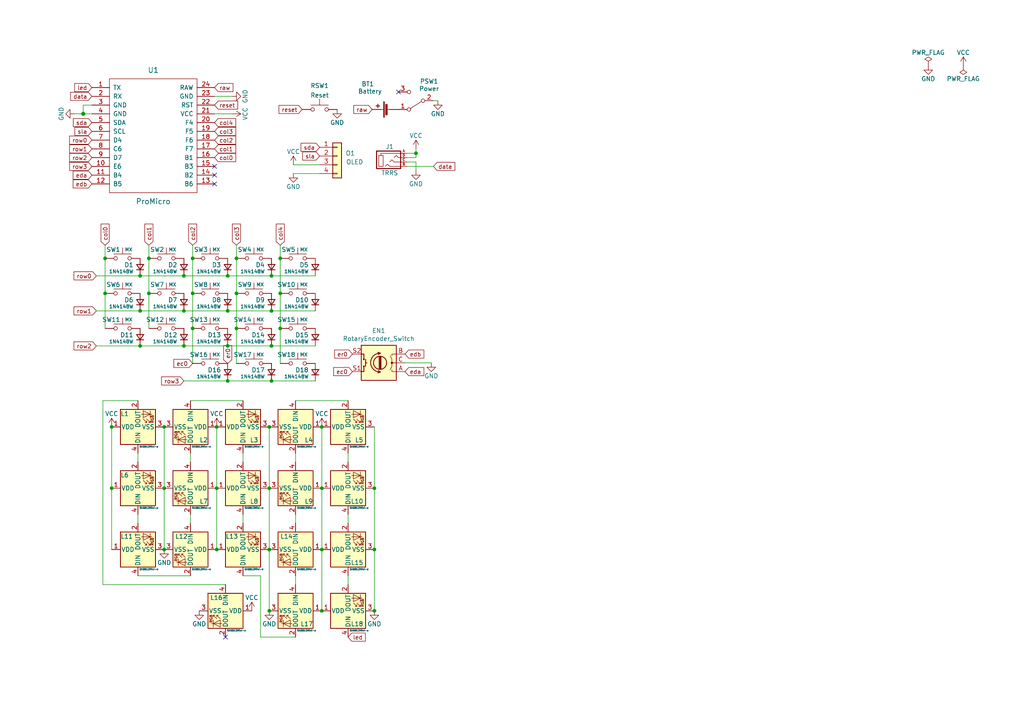
<source format=kicad_sch>
(kicad_sch (version 20211123) (generator eeschema)
  (paper "A4")
  (title_block (title "Howarya?") (date "2022-08-05") (rev "0.2.2") (company "jmnw"))
  (lib_symbols
    (symbol "Connector_Generic:Conn_01x04" (pin_names (offset 1.016) hide)
      (property "Reference" "J" (at 0 5.08 0))
      (property "Value" "Conn_01x04" (at 0 -7.62 0))
      (symbol "Conn_01x04_1_1"
        (rectangle (start -1.27 -4.953) (end 0 -5.207) (stroke (width 0.1524)))
        (rectangle (start -1.27 -2.413) (end 0 -2.667) (stroke (width 0.1524)))
        (rectangle (start -1.27 0.127) (end 0 -0.127) (stroke (width 0.1524)))
        (rectangle (start -1.27 2.667) (end 0 2.413) (stroke (width 0.1524)))
        (rectangle (start -1.27 3.81) (end 1.27 -6.35) (stroke (width 0.254)) (fill (type background)))
        (pin passive line (at -5.08 2.54 0) (length 3.81) (name "Pin_1") (number "1"))
        (pin passive line (at -5.08 0 0) (length 3.81) (name "Pin_2") (number "2"))
        (pin passive line (at -5.08 -2.54 0) (length 3.81) (name "Pin_3") (number "3"))
        (pin passive line (at -5.08 -5.08 0) (length 3.81) (name "Pin_4") (number "4"))
      )
    )
    (symbol "Device:Battery_Cell" (pin_numbers hide) (pin_names (offset 0) hide)
      (property "Reference" "BT" (at 2.54 2.54 0))
      (property "Value" "Battery_Cell" (at 2.54 0 0))
      (symbol "Battery_Cell_0_1"
        (rectangle (start -2.286 1.778) (end 2.286 1.524) (fill (type outline)))
        (rectangle (start -1.5748 1.1938) (end 1.4732 0.6858) (fill (type outline)))
        (polyline (pts (xy 0 0.762) (xy 0 0)))
        (polyline (pts (xy 0 1.778) (xy 0 2.54)))
        (polyline (pts (xy 0.508 3.429) (xy 1.524 3.429)) (stroke (width 0.254)))
        (polyline (pts (xy 1.016 3.937) (xy 1.016 2.921)) (stroke (width 0.254)))
      )
      (symbol "Battery_Cell_1_1"
        (pin passive line (at 0 5.08 270) (length 2.54) (name "+") (number "1"))
        (pin passive line (at 0 -2.54 90) (length 2.54) (name "-") (number "2"))
      )
    )
    (symbol "Device:D_Small" (pin_numbers hide) (pin_names (offset 0.254) hide)
      (property "Reference" "D" (at -1.27 2.032 0))
      (property "Value" "D_Small" (at -3.81 -2.032 0))
      (symbol "D_Small_0_1"
        (polyline (pts (xy -0.762 -1.016) (xy -0.762 1.016)) (stroke (width 0.254)))
        (polyline (pts (xy -0.762 0) (xy 0.762 0)))
        (polyline (pts (xy 0.762 -1.016) (xy -0.762 0) (xy 0.762 1.016) (xy 0.762 -1.016)) (stroke (width 0.254)))
      )
      (symbol "D_Small_1_1"
        (pin passive line (at -2.54 0 0) (length 1.778) (name "K") (number "1"))
        (pin passive line (at 2.54 0 180) (length 1.778) (name "A") (number "2"))
      )
    )
    (symbol "Device:RotaryEncoder_Switch" (pin_names (offset 0.254) hide)
      (property "Reference" "SW" (at 0 6.604 0))
      (property "Value" "Device_RotaryEncoder_Switch" (at 0 -6.604 0))
      (symbol "RotaryEncoder_Switch_0_1"
        (rectangle (start -5.08 5.08) (end 5.08 -5.08) (stroke (width 0.254)) (fill (type background)))
        (circle (center -3.81 0) (radius 0.254) (fill (type outline)))
        (arc (start -0.381 -2.794) (mid 2.3622 -0.0635) (end -0.381 2.667) (stroke (width 0.254)))
        (circle (center -0.381 0) (radius 1.905) (stroke (width 0.254)))
        (polyline (pts (xy -0.635 -1.778) (xy -0.635 1.778)) (stroke (width 0.254)))
        (polyline (pts (xy -0.381 -1.778) (xy -0.381 1.778)) (stroke (width 0.254)))
        (polyline (pts (xy -0.127 1.778) (xy -0.127 -1.778)) (stroke (width 0.254)))
        (polyline (pts (xy 3.81 0) (xy 3.429 0)) (stroke (width 0.254)))
        (polyline (pts (xy 3.81 1.016) (xy 3.81 -1.016)) (stroke (width 0.254)))
        (polyline (pts (xy -5.08 -2.54) (xy -3.81 -2.54) (xy -3.81 -2.032)))
        (polyline (pts (xy -5.08 2.54) (xy -3.81 2.54) (xy -3.81 2.032)))
        (polyline (pts (xy 0.254 -3.048) (xy -0.508 -2.794) (xy 0.127 -2.413)) (stroke (width 0.254)))
        (polyline (pts (xy 0.254 2.921) (xy -0.508 2.667) (xy 0.127 2.286)) (stroke (width 0.254)))
        (polyline (pts (xy 5.08 -2.54) (xy 4.318 -2.54) (xy 4.318 -1.016)) (stroke (width 0.254)))
        (polyline (pts (xy 5.08 2.54) (xy 4.318 2.54) (xy 4.318 1.016)) (stroke (width 0.254)))
        (polyline (pts (xy -5.08 0) (xy -3.81 0) (xy -3.81 -1.016) (xy -3.302 -2.032)))
        (polyline (pts (xy -4.318 0) (xy -3.81 0) (xy -3.81 1.016) (xy -3.302 2.032)))
        (circle (center 4.318 -1.016) (radius 0.127) (stroke (width 0.254)))
        (circle (center 4.318 1.016) (radius 0.127) (stroke (width 0.254)))
      )
      (symbol "RotaryEncoder_Switch_1_1"
        (pin passive line (at -7.62 2.54 0) (length 2.54) (name "A") (number "A"))
        (pin passive line (at -7.62 -2.54 0) (length 2.54) (name "B") (number "B"))
        (pin passive line (at -7.62 0 0) (length 2.54) (name "C") (number "C"))
        (pin passive line (at 7.62 2.54 180) (length 2.54) (name "S1") (number "S1"))
        (pin passive line (at 7.62 -2.54 180) (length 2.54) (name "S2") (number "S2"))
      )
    )
    (symbol "Switch:SW_Push" (pin_numbers hide) (pin_names (offset 1.016) hide)
      (property "Reference" "SW" (at 1.27 2.54 0))
      (property "Value" "SW_Push" (at 0 -1.524 0))
      (symbol "SW_Push_0_1"
        (circle (center -2.032 0) (radius 0.508))
        (polyline (pts (xy 0 1.27) (xy 0 3.048)))
        (polyline (pts (xy 2.54 1.27) (xy -2.54 1.27)))
        (circle (center 2.032 0) (radius 0.508))
        (pin passive line (at -5.08 0 0) (length 2.54) (name "1") (number "1"))
        (pin passive line (at 5.08 0 180) (length 2.54) (name "2") (number "2"))
      )
    )
    (symbol "Switch:SW_SPDT" (pin_names (offset 0) hide)
      (property "Reference" "SW" (at 0 4.318 0))
      (property "Value" "SW_SPDT" (at 0 -5.08 0))
      (symbol "SW_SPDT_0_0"
        (circle (center -2.032 0) (radius 0.508))
        (circle (center 2.032 -2.54) (radius 0.508))
      )
      (symbol "SW_SPDT_0_1"
        (polyline (pts (xy -1.524 0.254) (xy 1.651 2.286)))
        (circle (center 2.032 2.54) (radius 0.508))
      )
      (symbol "SW_SPDT_1_1"
        (pin passive line (at 5.08 2.54 180) (length 2.54) (name "A") (number "1"))
        (pin passive line (at -5.08 0 0) (length 2.54) (name "B") (number "2"))
        (pin passive line (at 5.08 -2.54 180) (length 2.54) (name "C") (number "3"))
      )
    )
    (symbol "power:GND" (power) (pin_names (offset 0))
      (property "Value" "GND" (at 0 -3.81 0))
      (symbol "GND_0_1"
        (polyline (pts (xy 0 0) (xy 0 -1.27) (xy 1.27 -1.27) (xy 0 -2.54) (xy -1.27 -1.27) (xy 0 -1.27)))
      )
      (symbol "GND_1_1"
        (pin power_in line (at 0 0 270) (length 0) hide (name "GND") (number "1"))
      )
    )
    (symbol "power:PWR_FLAG" (power) (pin_numbers hide) (pin_names (offset 0) hide)
      (property "Value" "PWR_FLAG" (at 0 3.81 0))
      (symbol "PWR_FLAG_0_0"
        (pin power_out line (at 0 0 90) (length 0) (name "pwr") (number "1"))
      )
      (symbol "PWR_FLAG_0_1"
        (polyline (pts (xy 0 0) (xy 0 1.27) (xy -1.016 1.905) (xy 0 2.54) (xy 1.016 1.905) (xy 0 1.27)))
      )
    )
    (symbol "power:VCC" (power) (pin_names (offset 0))
      (property "Value" "VCC" (at 0 3.81 0))
      (symbol "VCC_0_1"
        (polyline (pts (xy -0.762 1.27) (xy 0 2.54)))
        (polyline (pts (xy 0 0) (xy 0 2.54)))
        (polyline (pts (xy 0 2.54) (xy 0.762 1.27)))
      )
      (symbol "VCC_1_1"
        (pin power_in line (at 0 0 90) (length 0) hide (name "VCC") (number "1"))
      )
    )
    (symbol "swoop:MJ-4PP-9-kbd-corne-light-rescue" (pin_names (offset 1.016))
      (property "Reference" "J" (at 0 3.81 0))
      (property "Value" "MJ-4PP-9-kbd-corne-light-rescue" (at 0 -3.81 0))
      (symbol "MJ-4PP-9-kbd-corne-light-rescue_0_1"
        (rectangle (start -1.905 -1.905) (end -3.175 1.27))
        (polyline (pts (xy -2.54 1.27) (xy -2.54 1.905) (xy 3.175 1.905)))
        (polyline (pts (xy -1.27 -1.905) (xy -0.635 -1.27) (xy 0 -1.905) (xy 3.175 -1.905)))
        (polyline (pts (xy 0 -0.635) (xy 0.635 0) (xy 1.27 -0.635) (xy 3.175 -0.635)))
        (polyline (pts (xy 1.27 0.635) (xy 1.905 1.27) (xy 2.54 0.635) (xy 3.175 0.635)))
        (rectangle (start 3.175 2.54) (end -3.81 -2.54) (stroke (width 0.3048)))
      )
      (symbol "MJ-4PP-9-kbd-corne-light-rescue_1_1"
        (pin input line (at 5.08 1.905 180) (length 2.0066) (name "~") (number "A"))
        (pin input line (at 5.08 -1.905 180) (length 2.0066) (name "~") (number "B"))
        (pin input line (at 5.08 -0.635 180) (length 2.0066) (name "~") (number "C"))
        (pin input line (at 5.08 0.635 180) (length 2.0066) (name "~") (number "D"))
      )
    )
    (symbol "swoop:ProMicro-kbd-corne-light-rescue" (pin_names (offset 1.016))
      (property "Reference" "U" (at 0 24.13 0))
      (property "Value" "ProMicro-kbd-corne-light-rescue" (at 0 -13.97 0))
      (symbol "ProMicro-kbd-corne-light-rescue_0_1"
        (rectangle (start -12.7 21.59) (end 12.7 -11.43))
      )
      (symbol "ProMicro-kbd-corne-light-rescue_1_1"
        (pin bidirectional line (at -17.78 19.05 0) (length 5.08) (name "TX") (number "1"))
        (pin bidirectional line (at -17.78 -3.81 0) (length 5.08) (name "E6") (number "10"))
        (pin bidirectional line (at -17.78 -6.35 0) (length 5.08) (name "B4") (number "11"))
        (pin bidirectional line (at -17.78 -8.89 0) (length 5.08) (name "B5") (number "12"))
        (pin bidirectional line (at 17.78 -8.89 180) (length 5.08) (name "B6") (number "13"))
        (pin bidirectional line (at 17.78 -6.35 180) (length 5.08) (name "B2") (number "14"))
        (pin bidirectional line (at 17.78 -3.81 180) (length 5.08) (name "B3") (number "15"))
        (pin bidirectional line (at 17.78 -1.27 180) (length 5.08) (name "B1") (number "16"))
        (pin bidirectional line (at 17.78 1.27 180) (length 5.08) (name "F7") (number "17"))
        (pin bidirectional line (at 17.78 3.81 180) (length 5.08) (name "F6") (number "18"))
        (pin bidirectional line (at 17.78 6.35 180) (length 5.08) (name "F5") (number "19"))
        (pin bidirectional line (at -17.78 16.51 0) (length 5.08) (name "RX") (number "2"))
        (pin bidirectional line (at 17.78 8.89 180) (length 5.08) (name "F4") (number "20"))
        (pin power_in line (at 17.78 11.43 180) (length 5.08) (name "VCC") (number "21"))
        (pin input line (at 17.78 13.97 180) (length 5.08) (name "RST") (number "22"))
        (pin power_in line (at 17.78 16.51 180) (length 5.08) (name "GND") (number "23"))
        (pin power_out line (at 17.78 19.05 180) (length 5.08) (name "RAW") (number "24"))
        (pin power_in line (at -17.78 13.97 0) (length 5.08) (name "GND") (number "3"))
        (pin power_in line (at -17.78 11.43 0) (length 5.08) (name "GND") (number "4"))
        (pin bidirectional line (at -17.78 8.89 0) (length 5.08) (name "SDA") (number "5"))
        (pin bidirectional line (at -17.78 6.35 0) (length 5.08) (name "SCL") (number "6"))
        (pin bidirectional line (at -17.78 3.81 0) (length 5.08) (name "D4") (number "7"))
        (pin bidirectional line (at -17.78 1.27 0) (length 5.08) (name "C6") (number "8"))
        (pin bidirectional line (at -17.78 -1.27 0) (length 5.08) (name "D7") (number "9"))
      )
    )
    (symbol "swoop:SK6812MINI-E" (pin_names (offset 0.254))
      (property "Reference" "L1" (at -4.699 3.81 90))
      (property "Value" "SK6812MINI-E" (at 2.921 -5.715 90))
      (symbol "SK6812MINI-E_0_0"
        (text "RGB" (at 2.286 -4.191 0) (effects (font (size 0.762 0.762))))
      )
      (symbol "SK6812MINI-E_0_1"
        (polyline (pts (xy 1.27 -3.556) (xy 1.778 -3.556)))
        (polyline (pts (xy 1.27 -2.54) (xy 1.778 -2.54)))
        (polyline (pts (xy 4.699 -3.556) (xy 2.667 -3.556)))
        (polyline (pts (xy 2.286 -2.54) (xy 1.27 -3.556) (xy 1.27 -3.048)))
        (polyline (pts (xy 2.286 -1.524) (xy 1.27 -2.54) (xy 1.27 -2.032)))
        (polyline (pts (xy 3.683 -1.016) (xy 3.683 -3.556) (xy 3.683 -4.064)))
        (polyline (pts (xy 4.699 -1.524) (xy 2.667 -1.524) (xy 3.683 -3.556) (xy 4.699 -1.524)))
        (rectangle (start 5.08 5.08) (end -5.08 -5.08) (stroke (width 0.254)) (fill (type background)))
      )
      (symbol "SK6812MINI-E_1_1"
        (pin power_in line (at 0 7.62 270) (length 2.54) (name "VDD") (number "1"))
        (pin output line (at 7.62 0 180) (length 2.54) (name "DOUT") (number "2"))
        (pin power_in line (at 0 -7.62 90) (length 2.54) (name "VSS") (number "3"))
        (pin input line (at -7.62 0 0) (length 2.54) (name "DIN") (number "4"))
      )
    )
  )
  (junction (at 93.345 159.385))
  (junction (at 43.18 85.09))
  (junction (at 62.865 123.825))
  (junction (at 53.34 80.01))
  (junction (at 108.585 141.605))
  (junction (at 68.58 74.93))
  (junction (at 78.105 159.385))
  (junction (at 68.58 95.25))
  (junction (at 108.585 177.165))
  (junction (at 68.58 85.09))
  (junction (at 78.105 141.605))
  (junction (at 47.625 159.385))
  (junction (at 47.625 141.605))
  (junction (at 78.105 177.165))
  (junction (at 32.385 123.825))
  (junction (at 78.105 123.825))
  (junction (at 32.385 141.605))
  (junction (at 66.04 90.17))
  (junction (at 66.04 110.49))
  (junction (at 78.74 110.49))
  (junction (at 66.04 100.33))
  (junction (at 53.34 90.17))
  (junction (at 40.64 100.33))
  (junction (at 78.74 100.33))
  (junction (at 24.13 33.02) (diameter 1.016))
  (junction (at 55.88 74.93))
  (junction (at 93.345 177.165))
  (junction (at 53.34 100.33))
  (junction (at 120.65 44.45))
  (junction (at 55.88 85.09))
  (junction (at 55.88 95.25))
  (junction (at 81.28 85.09))
  (junction (at 62.865 159.385))
  (junction (at 43.18 74.93))
  (junction (at 30.48 74.93))
  (junction (at 81.28 74.93))
  (junction (at 40.64 80.01))
  (junction (at 62.865 141.605))
  (junction (at 108.585 159.385))
  (junction (at 81.28 95.25))
  (junction (at 78.74 80.01))
  (junction (at 30.48 85.09))
  (junction (at 93.345 123.825))
  (junction (at 78.74 90.17))
  (junction (at 40.64 90.17))
  (junction (at 47.625 123.825))
  (junction (at 66.04 80.01))
  (junction (at 93.345 141.605))
  (no_connect (at 115.57 26.67))
  (no_connect (at 62.23 53.34))
  (no_connect (at 62.23 48.26))
  (no_connect (at 65.405 184.785))
  (no_connect (at 62.23 50.8))
  (wire (pts (xy 118.11 45.72) (xy 120.65 45.72)))
  (wire (pts (xy 55.88 74.93) (xy 55.88 85.09)))
  (wire (pts (xy 55.88 85.09) (xy 55.88 95.25)))
  (wire (pts (xy 55.88 71.12) (xy 55.88 74.93)))
  (wire (pts (xy 55.88 95.25) (xy 55.88 105.41)))
  (wire (pts (xy 43.18 71.12) (xy 43.18 74.93)))
  (wire (pts (xy 43.18 74.93) (xy 43.18 85.09)))
  (wire (pts (xy 43.18 85.09) (xy 43.18 95.25)))
  (wire (pts (xy 32.385 141.605) (xy 32.385 159.385)))
  (wire (pts (xy 29.845 116.205) (xy 29.845 169.545)))
  (wire (pts (xy 93.345 141.605) (xy 93.345 159.385)))
  (wire (pts (xy 40.005 131.445) (xy 40.005 133.985)))
  (wire (pts (xy 62.23 27.94) (xy 67.31 27.94)))
  (wire (pts (xy 53.34 110.49) (xy 66.04 110.49)))
  (wire (pts (xy 75.565 167.005) (xy 70.485 167.005)))
  (wire (pts (xy 62.865 141.605) (xy 62.865 159.385)))
  (wire (pts (xy 70.485 149.225) (xy 70.485 151.765)))
  (wire (pts (xy 62.865 123.825) (xy 62.865 141.605)))
  (wire (pts (xy 78.105 141.605) (xy 78.105 159.385)))
  (wire (pts (xy 47.625 123.825) (xy 47.625 141.605)))
  (wire (pts (xy 75.565 184.785) (xy 75.565 167.005)))
  (wire (pts (xy 93.345 159.385) (xy 93.345 177.165)))
  (wire (pts (xy 120.65 46.99) (xy 120.65 49.53)))
  (wire (pts (xy 108.585 141.605) (xy 108.585 159.385)))
  (wire (pts (xy 70.485 131.445) (xy 70.485 133.985)))
  (wire (pts (xy 85.725 116.205) (xy 100.965 116.205)))
  (wire (pts (xy 62.23 33.02) (xy 67.31 33.02)))
  (wire (pts (xy 108.585 159.385) (xy 108.585 177.165)))
  (wire (pts (xy 24.13 33.02) (xy 26.67 33.02)))
  (wire (pts (xy 68.58 85.09) (xy 68.58 95.25)))
  (wire (pts (xy 68.58 95.25) (xy 68.58 105.41)))
  (wire (pts (xy 68.58 71.12) (xy 68.58 74.93)))
  (wire (pts (xy 68.58 74.93) (xy 68.58 85.09)))
  (wire (pts (xy 53.34 100.33) (xy 66.04 100.33)))
  (wire (pts (xy 40.64 100.33) (xy 53.34 100.33)))
  (wire (pts (xy 66.04 100.33) (xy 78.74 100.33)))
  (wire (pts (xy 78.74 100.33) (xy 91.44 100.33)))
  (wire (pts (xy 27.94 100.33) (xy 40.64 100.33)))
  (wire (pts (xy 32.385 123.825) (xy 32.385 141.605)))
  (wire (pts (xy 40.64 90.17) (xy 53.34 90.17)))
  (wire (pts (xy 53.34 90.17) (xy 66.04 90.17)))
  (wire (pts (xy 78.74 90.17) (xy 91.44 90.17)))
  (wire (pts (xy 27.94 90.17) (xy 40.64 90.17)))
  (wire (pts (xy 66.04 90.17) (xy 78.74 90.17)))
  (wire (pts (xy 26.67 30.48) (xy 24.13 30.48)))
  (wire (pts (xy 55.245 116.205) (xy 70.485 116.205)))
  (wire (pts (xy 78.74 110.49) (xy 91.44 110.49)))
  (wire (pts (xy 40.64 80.01) (xy 53.34 80.01)))
  (wire (pts (xy 53.34 80.01) (xy 66.04 80.01)))
  (wire (pts (xy 78.74 80.01) (xy 91.44 80.01)))
  (wire (pts (xy 27.94 80.01) (xy 40.64 80.01)))
  (wire (pts (xy 66.04 80.01) (xy 78.74 80.01)))
  (wire (pts (xy 40.005 116.205) (xy 29.845 116.205)))
  (wire (pts (xy 66.04 110.49) (xy 78.74 110.49)))
  (wire (pts (xy 85.09 47.8005) (xy 92.71 47.8005)))
  (wire (pts (xy 24.13 30.48) (xy 24.13 33.02)))
  (wire (pts (xy 108.585 123.825) (xy 108.585 141.605)))
  (wire (pts (xy 118.11 44.45) (xy 120.65 44.45)))
  (wire (pts (xy 75.565 184.785) (xy 85.725 184.785)))
  (wire (pts (xy 118.11 48.26) (xy 125.73 48.26)))
  (wire (pts (xy 78.105 123.825) (xy 78.105 141.605)))
  (wire (pts (xy 100.965 149.225) (xy 100.965 151.765)))
  (wire (pts (xy 117.475 105.2345) (xy 125.095 105.2345)))
  (wire (pts (xy 55.245 131.445) (xy 55.245 133.985)))
  (wire (pts (xy 21.59 33.02) (xy 24.13 33.02)))
  (wire (pts (xy 85.725 149.225) (xy 85.725 151.765)))
  (wire (pts (xy 85.725 167.005) (xy 85.725 169.545)))
  (wire (pts (xy 85.725 131.445) (xy 85.725 133.985)))
  (wire (pts (xy 93.345 123.825) (xy 93.345 141.605)))
  (wire (pts (xy 30.48 74.93) (xy 30.48 85.09)))
  (wire (pts (xy 30.48 85.09) (xy 30.48 95.25)))
  (wire (pts (xy 30.48 71.12) (xy 30.48 74.93)))
  (wire (pts (xy 85.09 50.3405) (xy 92.71 50.3405)))
  (wire (pts (xy 118.11 46.99) (xy 120.65 46.99)))
  (wire (pts (xy 100.965 167.005) (xy 100.965 169.545)))
  (wire (pts (xy 120.65 45.72) (xy 120.65 44.45)))
  (wire (pts (xy 120.65 44.45) (xy 120.65 43.18)))
  (wire (pts (xy 125.73 29.21) (xy 127 29.21)))
  (wire (pts (xy 47.625 141.605) (xy 47.625 159.385)))
  (wire (pts (xy 55.245 149.225) (xy 55.245 151.765)))
  (wire (pts (xy 78.105 159.385) (xy 78.105 177.165)))
  (wire (pts (xy 81.28 95.25) (xy 81.28 105.41)))
  (wire (pts (xy 81.28 85.09) (xy 81.28 95.25)))
  (wire (pts (xy 81.28 71.12) (xy 81.28 74.93)))
  (wire (pts (xy 81.28 74.93) (xy 81.28 85.09)))
  (wire (pts (xy 100.965 131.445) (xy 100.965 133.985)))
  (wire (pts (xy 40.005 167.005) (xy 55.245 167.005)))
  (wire (pts (xy 40.005 149.225) (xy 40.005 151.765)))
  (wire (pts (xy 29.845 169.545) (xy 65.405 169.545)))
  (global_label "row2" (shape input) (at 26.67 45.72 180) (effects (font (size 1.1938 1.1938))) (property "Intersheet References" "${INTERSHEET_REFS}" (effects hide)))
  (global_label "raw" (shape input) (at 62.23 25.4 0) (effects (font (size 1.1938 1.1938))) (property "Intersheet References" "${INTERSHEET_REFS}" (effects hide)))
  (global_label "led" (shape input) (at 100.965 184.785 0) (effects (font (size 1.1938 1.1938))) (property "Intersheet References" "${INTERSHEET_REFS}" (effects hide)))
  (global_label "er0" (shape input) (at 102.235 102.6945 180) (effects (font (size 1.1938 1.1938))) (property "Intersheet References" "${INTERSHEET_REFS}" (effects hide)))
  (global_label "row3" (shape input) (at 26.67 48.26 180) (effects (font (size 1.1938 1.1938))) (property "Intersheet References" "${INTERSHEET_REFS}" (effects hide)))
  (global_label "reset" (shape input) (at 62.23 30.48 0) (effects (font (size 1.1938 1.1938))) (property "Intersheet References" "${INTERSHEET_REFS}" (effects hide)))
  (global_label "ec0" (shape input) (at 102.235 107.7745 180) (effects (font (size 1.1938 1.1938))) (property "Intersheet References" "${INTERSHEET_REFS}" (effects hide)))
  (global_label "ec0" (shape input) (at 55.88 105.41 180) (effects (font (size 1.1938 1.1938))) (property "Intersheet References" "${INTERSHEET_REFS}" (effects hide)))
  (global_label "row3" (shape input) (at 53.34 110.49 180) (effects (font (size 1.1938 1.1938))) (property "Intersheet References" "${INTERSHEET_REFS}" (effects hide)))
  (global_label "eda" (shape input) (at 26.67 50.8 180) (effects (font (size 1.1938 1.1938))) (property "Intersheet References" "${INTERSHEET_REFS}" (effects hide)))
  (global_label "sla" (shape input) (at 92.71 45.2605 180) (effects (font (size 1.1938 1.1938))) (property "Intersheet References" "${INTERSHEET_REFS}" (effects hide)))
  (global_label "row2" (shape input) (at 27.94 100.33 180) (effects (font (size 1.1938 1.1938))) (property "Intersheet References" "${INTERSHEET_REFS}" (effects hide)))
  (global_label "sla" (shape input) (at 26.67 38.1 180) (effects (font (size 1.1938 1.1938))) (property "Intersheet References" "${INTERSHEET_REFS}" (effects hide)))
  (global_label "sda" (shape input) (at 92.71 42.7205 180) (effects (font (size 1.1938 1.1938))) (property "Intersheet References" "${INTERSHEET_REFS}" (effects hide)))
  (global_label "col1" (shape input) (at 62.23 43.18 0) (effects (font (size 1.1938 1.1938))) (property "Intersheet References" "${INTERSHEET_REFS}" (effects hide)))
  (global_label "col1" (shape input) (at 43.18 71.12 90) (effects (font (size 1.1938 1.1938))) (property "Intersheet References" "${INTERSHEET_REFS}" (effects hide)))
  (global_label "er0" (shape input) (at 66.04 105.41 90) (effects (font (size 1.1938 1.1938))) (property "Intersheet References" "${INTERSHEET_REFS}" (effects hide)))
  (global_label "raw" (shape input) (at 107.95 31.75 180) (effects (font (size 1.1938 1.1938))) (property "Intersheet References" "${INTERSHEET_REFS}" (effects hide)))
  (global_label "col3" (shape input) (at 62.23 38.1 0) (effects (font (size 1.1938 1.1938))) (property "Intersheet References" "${INTERSHEET_REFS}" (effects hide)))
  (global_label "col2" (shape input) (at 62.23 40.64 0) (effects (font (size 1.1938 1.1938))) (property "Intersheet References" "${INTERSHEET_REFS}" (effects hide)))
  (global_label "led" (shape input) (at 26.67 25.4 180) (effects (font (size 1.1938 1.1938))) (property "Intersheet References" "${INTERSHEET_REFS}" (effects hide)))
  (global_label "col2" (shape input) (at 55.88 71.12 90) (effects (font (size 1.1938 1.1938))) (property "Intersheet References" "${INTERSHEET_REFS}" (effects hide)))
  (global_label "edb" (shape input) (at 26.67 53.34 180) (effects (font (size 1.1938 1.1938))) (property "Intersheet References" "${INTERSHEET_REFS}" (effects hide)))
  (global_label "data" (shape input) (at 26.67 27.94 180) (effects (font (size 1.1938 1.1938))) (property "Intersheet References" "${INTERSHEET_REFS}" (effects hide)))
  (global_label "edb" (shape input) (at 117.475 102.6945 0) (effects (font (size 1.1938 1.1938))) (property "Intersheet References" "${INTERSHEET_REFS}" (effects hide)))
  (global_label "col3" (shape input) (at 68.58 71.12 90) (effects (font (size 1.1938 1.1938))) (property "Intersheet References" "${INTERSHEET_REFS}" (effects hide)))
  (global_label "row1" (shape input) (at 26.67 43.18 180) (effects (font (size 1.1938 1.1938))) (property "Intersheet References" "${INTERSHEET_REFS}" (effects hide)))
  (global_label "sda" (shape input) (at 26.67 35.56 180) (effects (font (size 1.1938 1.1938))) (property "Intersheet References" "${INTERSHEET_REFS}" (effects hide)))
  (global_label "col4" (shape input) (at 81.28 71.12 90) (effects (font (size 1.1938 1.1938))) (property "Intersheet References" "${INTERSHEET_REFS}" (effects hide)))
  (global_label "col0" (shape input) (at 30.48 71.12 90) (effects (font (size 1.1938 1.1938))) (property "Intersheet References" "${INTERSHEET_REFS}" (effects hide)))
  (global_label "reset" (shape input) (at 87.63 31.75 180) (effects (font (size 1.1938 1.1938))) (property "Intersheet References" "${INTERSHEET_REFS}" (effects hide)))
  (global_label "row0" (shape input) (at 27.94 80.01 180) (effects (font (size 1.1938 1.1938))) (property "Intersheet References" "${INTERSHEET_REFS}" (effects hide)))
  (global_label "data" (shape input) (at 125.73 48.26 0) (effects (font (size 1.1938 1.1938))) (property "Intersheet References" "${INTERSHEET_REFS}" (effects hide)))
  (global_label "col0" (shape input) (at 62.23 45.72 0) (effects (font (size 1.1938 1.1938))) (property "Intersheet References" "${INTERSHEET_REFS}" (effects hide)))
  (global_label "col4" (shape input) (at 62.23 35.56 0) (effects (font (size 1.1938 1.1938))) (property "Intersheet References" "${INTERSHEET_REFS}" (effects hide)))
  (global_label "row0" (shape input) (at 26.67 40.64 180) (effects (font (size 1.1938 1.1938))) (property "Intersheet References" "${INTERSHEET_REFS}" (effects hide)))
  (global_label "row1" (shape input) (at 27.94 90.17 180) (effects (font (size 1.1938 1.1938))) (property "Intersheet References" "${INTERSHEET_REFS}" (effects hide)))
  (global_label "eda" (shape input) (at 117.475 107.7745 0) (effects (font (size 1.1938 1.1938))) (property "Intersheet References" "${INTERSHEET_REFS}" (effects hide)))
  (symbol (lib_id "swoop:ProMicro-kbd-corne-light-rescue") (at 44.45 44.45 0) (unit 1)
    (property "Reference" "U1" (at 44.45 20.32 0) (effects (font (size 1.524 1.524))))
    (property "Value" "ProMicro" (at 44.45 58.42 0) (effects (font (size 1.524 1.524))))
    (property "Footprint" "swoop:ProMicro_jumpers" (effects hide))
  )
  (symbol (lib_id "power:GND") (at 67.31 27.94 90) (unit 1)
    (property "Reference" "#PWR03" (effects hide))
    (property "Value" "GND" (at 71.12 27.94 0))
  )
  (symbol (lib_id "power:VCC") (at 67.31 33.02 270) (unit 1)
    (property "Reference" "#PWR05" (effects hide))
    (property "Value" "VCC" (at 71.12 33.02 0))
  )
  (symbol (lib_id "power:GND") (at 21.59 33.02 270) (unit 1)
    (property "Reference" "#PWR04" (effects hide))
    (property "Value" "GND" (at 17.78 33.02 0))
  )
  (symbol (lib_id "power:GND") (at 269.24 19.05 0) (unit 1)
    (property "Reference" "#PWR01" (effects hide))
    (property "Value" "GND" (at 269.24 22.86 0))
  )
  (symbol (lib_id "power:VCC") (at 279.4 19.05 0) (unit 1)
    (property "Reference" "#PWR02" (effects hide))
    (property "Value" "VCC" (at 279.4 15.24 0))
  )
  (symbol (lib_id "power:PWR_FLAG") (at 279.4 19.05 180) (unit 1)
    (property "Reference" "#FLG02" (effects hide))
    (property "Value" "PWR_FLAG" (at 279.4 22.86 0))
  )
  (symbol (lib_id "power:PWR_FLAG") (at 269.24 19.05 0) (unit 1)
    (property "Reference" "#FLG01" (effects hide))
    (property "Value" "PWR_FLAG" (at 269.24 15.24 0))
  )
  (symbol (lib_id "power:VCC") (at 120.65 43.18 0) (unit 1)
    (property "Reference" "#PWR06" (effects hide))
    (property "Value" "VCC" (at 120.65 39.37 0))
  )
  (symbol (lib_id "power:GND") (at 120.65 49.53 0) (unit 1)
    (property "Reference" "#PWR08" (effects hide))
    (property "Value" "GND" (at 120.65 53.34 0))
  )
  (symbol (lib_id "swoop:MJ-4PP-9-kbd-corne-light-rescue") (at 113.03 46.355 0) (unit 1)
    (property "Reference" "J1" (at 113.03 42.545 0))
    (property "Value" "TRRS" (at 113.03 50.165 0))
    (property "Footprint" "swoop:TRRS-3pin" (effects hide))
  )
  (symbol (lib_id "Device:D_Small") (at 78.74 77.47 90) (unit 1)
    (property "Reference" "D4" (at 76.835 76.835 90) (effects (justify left)))
    (property "Value" " 1N4148W" (at 76.835 78.74 90) (effects (font (size 1 1)) (justify left)))
    (property "Footprint" "swoop:D_SMD_TH" (effects hide))
  )
  (symbol (lib_id "Device:D_Small") (at 40.64 97.79 90) (unit 1)
    (property "Reference" "D11" (at 38.735 97.155 90) (effects (justify left)))
    (property "Value" " 1N4148W" (at 38.735 99.06 90) (effects (font (size 1 1)) (justify left)))
    (property "Footprint" "swoop:D_SMD_TH" (effects hide))
  )
  (symbol (lib_id "power:GND") (at 78.105 177.165 0) (unit 1)
    (property "Reference" "#PWR0103" (effects hide))
    (property "Value" "GND" (at 78.105 180.975 0))
  )
  (symbol (lib_id "Device:D_Small") (at 53.34 77.47 90) (unit 1)
    (property "Reference" "D2" (at 51.435 76.835 90) (effects (justify left)))
    (property "Value" " 1N4148W" (at 51.435 78.74 90) (effects (font (size 1 1)) (justify left)))
    (property "Footprint" "swoop:D_SMD_TH" (effects hide))
  )
  (symbol (lib_id "power:VCC") (at 62.865 123.825 0) (unit 1)
    (property "Reference" "#PWR0108" (effects hide))
    (property "Value" "VCC" (at 62.865 120.015 0))
  )
  (symbol (lib_id "Switch:SW_Push") (at 92.71 31.75 0) (unit 1)
    (property "Reference" "RSW1" (at 92.71 24.8625 0))
    (property "Value" "Reset" (at 92.71 27.6376 0))
    (property "Footprint" "swoop:Reset" (effects hide))
  )
  (symbol (lib_id "Device:D_Small") (at 40.64 87.63 90) (unit 1)
    (property "Reference" "D6" (at 38.735 86.995 90) (effects (justify left)))
    (property "Value" " 1N4148W" (at 38.735 88.9 90) (effects (font (size 1 1)) (justify left)))
    (property "Footprint" "swoop:D_SMD_TH" (effects hide))
  )
  (symbol (lib_id "swoop:SK6812MINI-E") (at 100.965 141.605 90) (unit 1)
    (property "Reference" "L10" (at 105.41 145.415 90) (effects (justify left)))
    (property "Value" "SK6812Mini-e" (at 104.14 147.32 90) (effects (font (size 0.5 0.5))))
    (property "Footprint" "swoop:SK6812_Mini_E" (effects hide))
    (property "JLCPCB BOM" "0" (effects hide))
  )
  (symbol (lib_id "Device:D_Small") (at 91.44 87.63 90) (unit 1)
    (property "Reference" "D10" (at 89.535 86.995 90) (effects (justify left)))
    (property "Value" " 1N4148W" (at 89.535 88.9 90) (effects (font (size 1 1)) (justify left)))
    (property "Footprint" "swoop:D_SMD_TH" (effects hide))
  )
  (symbol (lib_id "Device:D_Small") (at 66.04 87.63 90) (unit 1)
    (property "Reference" "D8" (at 64.135 86.995 90) (effects (justify left)))
    (property "Value" " 1N4148W" (at 64.135 88.9 90) (effects (font (size 1 1)) (justify left)))
    (property "Footprint" "swoop:D_SMD_TH" (effects hide))
  )
  (symbol (lib_id "power:GND") (at 127 29.21 0) (unit 1)
    (property "Reference" "#PWR0101" (effects hide))
    (property "Value" "GND" (at 127 33.02 0))
  )
  (symbol (lib_id "Device:D_Small") (at 78.74 87.63 90) (unit 1)
    (property "Reference" "D9" (at 76.835 86.995 90) (effects (justify left)))
    (property "Value" " 1N4148W" (at 76.835 88.9 90) (effects (font (size 1 1)) (justify left)))
    (property "Footprint" "swoop:D_SMD_TH" (effects hide))
  )
  (symbol (lib_id "Switch:SW_Push") (at 35.56 74.93 0) (unit 1)
    (property "Reference" "SW1" (at 34.925 72.39 0) (effects (justify right)))
    (property "Value" "MX" (at 36.195 72.39 0) (effects (font (size 1 1)) (justify left)))
    (property "Footprint" "swoop:MX_socket_reversible" (effects hide))
  )
  (symbol (lib_id "swoop:SK6812MINI-E") (at 85.725 177.165 270) (unit 1)
    (property "Reference" "L17" (at 90.805 180.975 90) (effects (justify right)))
    (property "Value" "SK6812Mini-e" (at 88.9 182.88 90) (effects (font (size 0.5 0.5))))
    (property "Footprint" "swoop:SK6812_Mini_E" (effects hide))
    (property "JLCPCB BOM" "0" (effects hide))
  )
  (symbol (lib_id "Switch:SW_Push") (at 60.96 95.25 0) (unit 1)
    (property "Reference" "SW13" (at 60.325 92.71 0) (effects (justify right)))
    (property "Value" "MX" (at 61.595 92.71 0) (effects (font (size 1 1)) (justify left)))
    (property "Footprint" "swoop:MX_socket_reversible" (effects hide))
  )
  (symbol (lib_id "swoop:SK6812MINI-E") (at 70.485 123.825 90) (unit 1)
    (property "Reference" "L3" (at 74.93 127.635 90) (effects (justify left)))
    (property "Value" "SK6812Mini-e" (at 73.66 129.54 90) (effects (font (size 0.5 0.5))))
    (property "Footprint" "swoop:SK6812_Mini_E" (effects hide))
    (property "JLCPCB BOM" "0" (effects hide))
  )
  (symbol (lib_id "Switch:SW_Push") (at 86.36 105.41 0) (unit 1)
    (property "Reference" "SW18" (at 85.725 102.87 0) (effects (justify right)))
    (property "Value" "MX" (at 86.995 102.87 0) (effects (font (size 1 1)) (justify left)))
    (property "Footprint" "swoop:MX_socket_reversible" (effects hide))
  )
  (symbol (lib_id "Switch:SW_Push") (at 73.66 74.93 0) (unit 1)
    (property "Reference" "SW4" (at 73.025 72.39 0) (effects (justify right)))
    (property "Value" "MX" (at 74.295 72.39 0) (effects (font (size 1 1)) (justify left)))
    (property "Footprint" "swoop:MX_socket_reversible" (effects hide))
  )
  (symbol (lib_id "swoop:SK6812MINI-E") (at 100.965 123.825 90) (unit 1)
    (property "Reference" "L5" (at 105.41 127.635 90) (effects (justify left)))
    (property "Value" "SK6812Mini-e" (at 104.14 129.54 90) (effects (font (size 0.5 0.5))))
    (property "Footprint" "swoop:SK6812_Mini_E" (effects hide))
    (property "JLCPCB BOM" "0" (effects hide))
  )
  (symbol (lib_id "swoop:SK6812MINI-E") (at 55.245 123.825 270) (unit 1)
    (property "Reference" "L2" (at 60.325 127.635 90) (effects (justify right)))
    (property "Value" "SK6812Mini-e" (at 58.42 129.54 90) (effects (font (size 0.5 0.5))))
    (property "Footprint" "swoop:SK6812_Mini_E" (effects hide))
    (property "JLCPCB BOM" "0" (effects hide))
  )
  (symbol (lib_id "Device:D_Small") (at 91.44 107.95 90) (unit 1)
    (property "Reference" "D18" (at 89.535 107.315 90) (effects (justify left)))
    (property "Value" " 1N4148W" (at 89.535 109.22 90) (effects (font (size 1 1)) (justify left)))
    (property "Footprint" "swoop:D_SMD_TH" (effects hide))
  )
  (symbol (lib_id "swoop:SK6812MINI-E") (at 85.725 141.605 270) (unit 1)
    (property "Reference" "L9" (at 90.805 145.415 90) (effects (justify right)))
    (property "Value" "SK6812Mini-e" (at 88.9 147.32 90) (effects (font (size 0.5 0.5))))
    (property "Footprint" "swoop:SK6812_Mini_E" (effects hide))
    (property "JLCPCB BOM" "0" (effects hide))
  )
  (symbol (lib_id "swoop:SK6812MINI-E") (at 70.485 141.605 90) (unit 1)
    (property "Reference" "L8" (at 74.93 145.415 90) (effects (justify left)))
    (property "Value" "SK6812Mini-e" (at 73.66 147.32 90) (effects (font (size 0.5 0.5))))
    (property "Footprint" "swoop:SK6812_Mini_E" (effects hide))
    (property "JLCPCB BOM" "0" (effects hide))
  )
  (symbol (lib_id "Switch:SW_Push") (at 35.56 95.25 0) (unit 1)
    (property "Reference" "SW11" (at 34.925 92.71 0) (effects (justify right)))
    (property "Value" "MX" (at 36.195 92.71 0) (effects (font (size 1 1)) (justify left)))
    (property "Footprint" "swoop:MX_socket_reversible" (effects hide))
  )
  (symbol (lib_id "Switch:SW_Push") (at 73.66 95.25 0) (unit 1)
    (property "Reference" "SW14" (at 73.025 92.71 0) (effects (justify right)))
    (property "Value" "MX" (at 74.295 92.71 0) (effects (font (size 1 1)) (justify left)))
    (property "Footprint" "swoop:MX_socket_reversible" (effects hide))
  )
  (symbol (lib_id "power:VCC") (at 93.345 123.825 0) (unit 1)
    (property "Reference" "#PWR0107" (effects hide))
    (property "Value" "VCC" (at 93.345 120.015 0))
  )
  (symbol (lib_id "Switch:SW_Push") (at 73.66 105.41 0) (unit 1)
    (property "Reference" "SW17" (at 73.025 102.87 0) (effects (justify right)))
    (property "Value" "MX" (at 74.295 102.87 0) (effects (font (size 1 1)) (justify left)))
    (property "Footprint" "swoop:MX_socket_reversible" (effects hide))
  )
  (symbol (lib_id "Device:Battery_Cell") (at 113.03 31.75 90) (unit 1)
    (property "Reference" "BT1" (at 106.68 24.3544 90))
    (property "Value" "Battery" (at 107.315 26.4945 90))
    (property "Footprint" "swoop:Battery_pads_reversible" (effects hide))
  )
  (symbol (lib_id "swoop:SK6812MINI-E") (at 70.485 159.385 90) (unit 1)
    (property "Reference" "L13" (at 65.405 155.575 90) (effects (justify right)))
    (property "Value" "SK6812Mini-e" (at 73.66 165.1 90) (effects (font (size 0.5 0.5))))
    (property "Footprint" "swoop:SK6812_Mini_E" (effects hide))
    (property "JLCPCB BOM" "0" (effects hide))
  )
  (symbol (lib_id "Device:D_Small") (at 66.04 97.79 90) (unit 1)
    (property "Reference" "D13" (at 64.135 97.155 90) (effects (justify left)))
    (property "Value" " 1N4148W" (at 64.135 99.06 90) (effects (font (size 1 1)) (justify left)))
    (property "Footprint" "swoop:D_SMD_TH" (effects hide))
  )
  (symbol (lib_id "swoop:SK6812MINI-E") (at 100.965 177.165 90) (unit 1)
    (property "Reference" "L18" (at 105.41 180.975 90) (effects (justify left)))
    (property "Value" "SK6812Mini-e" (at 104.14 182.88 90) (effects (font (size 0.5 0.5))))
    (property "Footprint" "swoop:SK6812_Mini_E" (effects hide))
    (property "JLCPCB BOM" "0" (effects hide))
  )
  (symbol (lib_id "Switch:SW_Push") (at 48.26 74.93 0) (unit 1)
    (property "Reference" "SW2" (at 47.625 72.39 0) (effects (justify right)))
    (property "Value" "MX" (at 48.895 72.39 0) (effects (font (size 1 1)) (justify left)))
    (property "Footprint" "swoop:MX_socket_reversible" (effects hide))
  )
  (symbol (lib_id "Switch:SW_Push") (at 60.96 85.09 0) (unit 1)
    (property "Reference" "SW8" (at 60.325 82.55 0) (effects (justify right)))
    (property "Value" "MX" (at 61.595 82.55 0) (effects (font (size 1 1)) (justify left)))
    (property "Footprint" "swoop:MX_socket_reversible" (effects hide))
  )
  (symbol (lib_id "Device:D_Small") (at 78.74 107.95 90) (unit 1)
    (property "Reference" "D17" (at 76.835 107.315 90) (effects (justify left)))
    (property "Value" " 1N4148W" (at 76.835 109.22 90) (effects (font (size 1 1)) (justify left)))
    (property "Footprint" "swoop:D_SMD_TH" (effects hide))
  )
  (symbol (lib_id "Switch:SW_Push") (at 86.36 95.25 0) (unit 1)
    (property "Reference" "SW15" (at 85.725 92.71 0) (effects (justify right)))
    (property "Value" "MX" (at 86.995 92.71 0) (effects (font (size 1 1)) (justify left)))
    (property "Footprint" "swoop:MX_socket_reversible" (effects hide))
  )
  (symbol (lib_id "power:GND") (at 85.09 50.3405 0) (unit 1)
    (property "Reference" "#PWR0104" (effects hide))
    (property "Value" "GND" (at 85.09 54.1505 0))
  )
  (symbol (lib_id "power:GND") (at 47.625 159.385 0) (unit 1)
    (property "Reference" "#PWR0110" (effects hide))
    (property "Value" "GND" (at 47.625 163.195 0))
  )
  (symbol (lib_id "swoop:SK6812MINI-E") (at 100.965 159.385 90) (unit 1)
    (property "Reference" "L15" (at 105.41 163.195 90) (effects (justify left)))
    (property "Value" "SK6812Mini-e" (at 104.14 165.1 90) (effects (font (size 0.5 0.5))))
    (property "Footprint" "swoop:SK6812_Mini_E" (effects hide))
    (property "JLCPCB BOM" "0" (effects hide))
  )
  (symbol (lib_id "power:GND") (at 108.585 177.165 0) (unit 1)
    (property "Reference" "#PWR028" (effects hide))
    (property "Value" "GND" (at 108.585 180.975 0))
  )
  (symbol (lib_id "Switch:SW_Push") (at 86.36 74.93 0) (unit 1)
    (property "Reference" "SW5" (at 85.725 72.39 0) (effects (justify right)))
    (property "Value" "MX" (at 86.995 72.39 0) (effects (font (size 1 1)) (justify left)))
    (property "Footprint" "swoop:MX_socket_reversible" (effects hide))
  )
  (symbol (lib_id "power:GND") (at 125.095 105.2345 0) (unit 1)
    (property "Reference" "#PWR0106" (effects hide))
    (property "Value" "GND" (at 125.095 109.0445 0))
  )
  (symbol (lib_id "swoop:SK6812MINI-E") (at 55.245 141.605 270) (unit 1)
    (property "Reference" "L7" (at 60.325 145.415 90) (effects (justify right)))
    (property "Value" "SK6812Mini-e" (at 58.42 147.32 90) (effects (font (size 0.5 0.5))))
    (property "Footprint" "swoop:SK6812_Mini_E" (effects hide))
    (property "JLCPCB BOM" "0" (effects hide))
  )
  (symbol (lib_id "Device:D_Small") (at 91.44 77.47 90) (unit 1)
    (property "Reference" "D5" (at 89.535 76.835 90) (effects (justify left)))
    (property "Value" " 1N4148W" (at 89.535 78.74 90) (effects (font (size 1 1)) (justify left)))
    (property "Footprint" "swoop:D_SMD_TH" (effects hide))
  )
  (symbol (lib_id "swoop:SK6812MINI-E") (at 40.005 159.385 90) (unit 1)
    (property "Reference" "L11" (at 34.925 155.575 90) (effects (justify right)))
    (property "Value" "SK6812Mini-e" (at 43.18 165.1 90) (effects (font (size 0.5 0.5))))
    (property "Footprint" "swoop:SK6812_Mini_E" (effects hide))
    (property "JLCPCB BOM" "0" (effects hide))
  )
  (symbol (lib_id "Switch:SW_Push") (at 73.66 85.09 0) (unit 1)
    (property "Reference" "SW9" (at 73.025 82.55 0) (effects (justify right)))
    (property "Value" "MX" (at 74.295 82.55 0) (effects (font (size 1 1)) (justify left)))
    (property "Footprint" "swoop:MX_socket_reversible" (effects hide))
  )
  (symbol (lib_id "Switch:SW_Push") (at 60.96 74.93 0) (unit 1)
    (property "Reference" "SW3" (at 60.325 72.39 0) (effects (justify right)))
    (property "Value" "MX" (at 61.595 72.39 0) (effects (font (size 1 1)) (justify left)))
    (property "Footprint" "swoop:MX_socket_reversible" (effects hide))
  )
  (symbol (lib_id "Switch:SW_Push") (at 48.26 95.25 0) (unit 1)
    (property "Reference" "SW12" (at 47.625 92.71 0) (effects (justify right)))
    (property "Value" "MX" (at 48.895 92.71 0) (effects (font (size 1 1)) (justify left)))
    (property "Footprint" "swoop:MX_socket_reversible" (effects hide))
  )
  (symbol (lib_id "Device:RotaryEncoder_Switch") (at 109.855 105.2345 180) (unit 1)
    (property "Reference" "EN1" (at 109.855 95.9127 0))
    (property "Value" "RotaryEncoder_Switch" (at 109.855 98.2241 0))
    (property "Footprint" "swoop:RotaryEncoder" (effects hide))
  )
  (symbol (lib_id "Device:D_Small") (at 40.64 77.47 90) (unit 1)
    (property "Reference" "D1" (at 38.735 76.835 90) (effects (justify left)))
    (property "Value" " 1N4148W" (at 38.735 78.74 90) (effects (font (size 1 1)) (justify left)))
    (property "Footprint" "swoop:D_SMD_TH" (effects hide))
  )
  (symbol (lib_id "swoop:SK6812MINI-E") (at 40.005 141.605 90) (unit 1)
    (property "Reference" "L6" (at 34.925 137.795 90) (effects (justify right)))
    (property "Value" "SK6812Mini-e" (at 43.18 147.32 90) (effects (font (size 0.5 0.5))))
    (property "Footprint" "swoop:SK6812_Mini_E" (effects hide))
    (property "JLCPCB BOM" "0" (effects hide))
  )
  (symbol (lib_id "power:VCC") (at 73.025 177.165 0) (unit 1)
    (property "Reference" "#PWR0112" (effects hide))
    (property "Value" "VCC" (at 73.025 173.355 0))
  )
  (symbol (lib_id "Device:D_Small") (at 53.34 87.63 90) (unit 1)
    (property "Reference" "D7" (at 51.435 86.995 90) (effects (justify left)))
    (property "Value" " 1N4148W" (at 51.435 88.9 90) (effects (font (size 1 1)) (justify left)))
    (property "Footprint" "swoop:D_SMD_TH" (effects hide))
  )
  (symbol (lib_id "Connector_Generic:Conn_01x04") (at 97.79 45.2605 0) (unit 1)
    (property "Reference" "O1" (at 101.6 44.45 0))
    (property "Value" "OLED" (at 102.87 46.99 0))
    (property "Footprint" "swoop:OLED_jumpers" (effects hide))
  )
  (symbol (lib_id "Switch:SW_Push") (at 86.36 85.09 0) (unit 1)
    (property "Reference" "SW10" (at 85.725 82.55 0) (effects (justify right)))
    (property "Value" "MX" (at 86.995 82.55 0) (effects (font (size 1 1)) (justify left)))
    (property "Footprint" "swoop:MX_socket_reversible" (effects hide))
  )
  (symbol (lib_id "swoop:SK6812MINI-E") (at 55.245 159.385 270) (unit 1)
    (property "Reference" "L12" (at 50.8 155.575 90) (effects (justify left)))
    (property "Value" "SK6812Mini-e" (at 58.42 165.1 90) (effects (font (size 0.5 0.5))))
    (property "Footprint" "swoop:SK6812_Mini_E" (effects hide))
    (property "JLCPCB BOM" "0" (effects hide))
  )
  (symbol (lib_id "Switch:SW_Push") (at 35.56 85.09 0) (unit 1)
    (property "Reference" "SW6" (at 34.925 82.55 0) (effects (justify right)))
    (property "Value" "MX" (at 36.195 82.55 0) (effects (font (size 1 1)) (justify left)))
    (property "Footprint" "swoop:MX_socket_reversible" (effects hide))
  )
  (symbol (lib_id "Switch:SW_Push") (at 60.96 105.41 0) (unit 1)
    (property "Reference" "SW16" (at 60.325 102.87 0) (effects (justify right)))
    (property "Value" "MX" (at 61.595 102.87 0) (effects (font (size 1 1)) (justify left)))
    (property "Footprint" "swoop:MX_socket_reversible" (effects hide))
  )
  (symbol (lib_id "power:GND") (at 97.79 31.75 0) (unit 1)
    (property "Reference" "#PWR0102" (effects hide))
    (property "Value" "GND" (at 97.79 35.56 0))
  )
  (symbol (lib_id "power:VCC") (at 32.385 123.825 0) (unit 1)
    (property "Reference" "#PWR0109" (effects hide))
    (property "Value" "VCC" (at 32.385 120.015 0))
  )
  (symbol (lib_id "Device:D_Small") (at 91.44 97.79 90) (unit 1)
    (property "Reference" "D15" (at 89.535 97.155 90) (effects (justify left)))
    (property "Value" " 1N4148W" (at 89.535 99.06 90) (effects (font (size 1 1)) (justify left)))
    (property "Footprint" "swoop:D_SMD_TH" (effects hide))
  )
  (symbol (lib_id "Device:D_Small") (at 53.34 97.79 90) (unit 1)
    (property "Reference" "D12" (at 51.435 97.155 90) (effects (justify left)))
    (property "Value" " 1N4148W" (at 51.435 99.06 90) (effects (font (size 1 1)) (justify left)))
    (property "Footprint" "swoop:D_SMD_TH" (effects hide))
  )
  (symbol (lib_id "swoop:SK6812MINI-E") (at 65.405 177.165 270) (unit 1)
    (property "Reference" "L16" (at 60.96 173.355 90) (effects (justify left)))
    (property "Value" "SK6812Mini-e" (at 68.58 182.88 90) (effects (font (size 0.5 0.5))))
    (property "Footprint" "swoop:SK6812_Mini_E" (effects hide))
    (property "JLCPCB BOM" "0" (effects hide))
  )
  (symbol (lib_id "swoop:SK6812MINI-E") (at 85.725 123.825 270) (unit 1)
    (property "Reference" "L4" (at 90.805 127.635 90) (effects (justify right)))
    (property "Value" "SK6812Mini-e" (at 88.9 129.54 90) (effects (font (size 0.5 0.5))))
    (property "Footprint" "swoop:SK6812_Mini_E" (effects hide))
    (property "JLCPCB BOM" "0" (effects hide))
  )
  (symbol (lib_id "power:GND") (at 57.785 177.165 0) (unit 1)
    (property "Reference" "#PWR0111" (effects hide))
    (property "Value" "GND" (at 57.785 180.975 0))
  )
  (symbol (lib_id "Device:D_Small") (at 78.74 97.79 90) (unit 1)
    (property "Reference" "D14" (at 76.835 97.155 90) (effects (justify left)))
    (property "Value" " 1N4148W" (at 76.835 99.06 90) (effects (font (size 1 1)) (justify left)))
    (property "Footprint" "swoop:D_SMD_TH" (effects hide))
  )
  (symbol (lib_id "Device:D_Small") (at 66.04 107.95 90) (unit 1)
    (property "Reference" "D16" (at 64.135 107.315 90) (effects (justify left)))
    (property "Value" " 1N4148W" (at 64.135 109.22 90) (effects (font (size 1 1)) (justify left)))
    (property "Footprint" "swoop:D_SMD_TH" (effects hide))
  )
  (symbol (lib_id "swoop:SK6812MINI-E") (at 40.005 123.825 90) (unit 1)
    (property "Reference" "L1" (at 34.925 120.015 90) (effects (justify right)))
    (property "Value" "SK6812Mini-e" (at 43.18 129.54 90) (effects (font (size 0.5 0.5))))
    (property "Footprint" "swoop:SK6812_Mini_E" (effects hide))
    (property "JLCPCB BOM" "0" (effects hide))
  )
  (symbol (lib_id "swoop:SK6812MINI-E") (at 85.725 159.385 270) (unit 1)
    (property "Reference" "L14" (at 81.28 155.575 90) (effects (justify left)))
    (property "Value" "SK6812Mini-e" (at 88.9 165.1 90) (effects (font (size 0.5 0.5))))
    (property "Footprint" "swoop:SK6812_Mini_E" (effects hide))
    (property "JLCPCB BOM" "0" (effects hide))
  )
  (symbol (lib_id "Switch:SW_SPDT") (at 120.65 29.21 180) (unit 1)
    (property "Reference" "PSW1" (at 124.46 23.5924 0))
    (property "Value" "Power" (at 124.46 25.7325 0))
    (property "Footprint" "swoop:Power" (effects hide))
  )
  (symbol (lib_id "power:VCC") (at 85.09 47.8005 0) (unit 1)
    (property "Reference" "#PWR0105" (effects hide))
    (property "Value" "VCC" (at 85.09 43.9905 0))
  )
  (symbol (lib_id "Device:D_Small") (at 66.04 77.47 90) (unit 1)
    (property "Reference" "D3" (at 64.135 76.835 90) (effects (justify left)))
    (property "Value" " 1N4148W" (at 64.135 78.74 90) (effects (font (size 1 1)) (justify left)))
    (property "Footprint" "swoop:D_SMD_TH" (effects hide))
  )
  (symbol (lib_id "Switch:SW_Push") (at 48.26 85.09 0) (unit 1)
    (property "Reference" "SW7" (at 47.625 82.55 0) (effects (justify right)))
    (property "Value" "MX" (at 48.895 82.55 0) (effects (font (size 1 1)) (justify left)))
    (property "Footprint" "swoop:MX_socket_reversible" (effects hide))
  )
)
</source>
